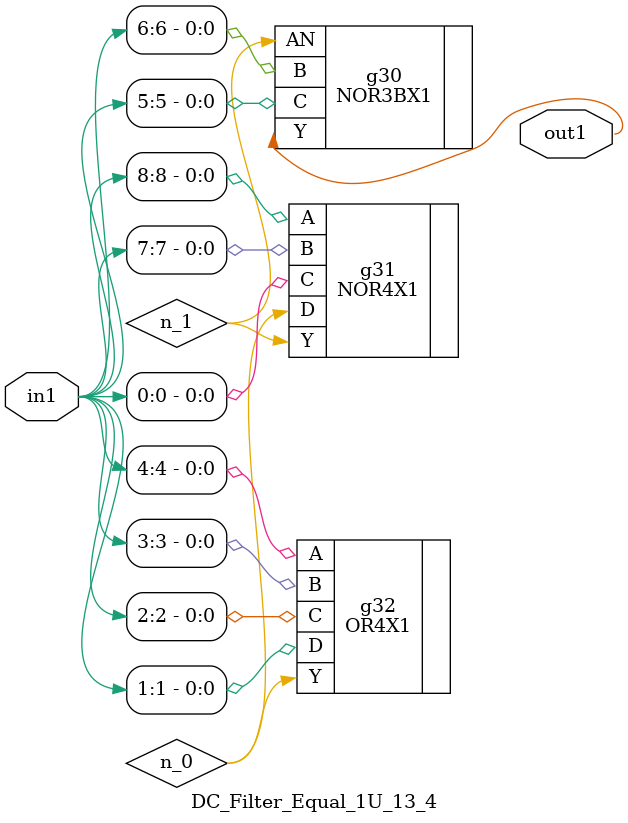
<source format=v>
`timescale 1ps / 1ps


module DC_Filter_Equal_1U_13_4(in1, out1);
  input [8:0] in1;
  output out1;
  wire [8:0] in1;
  wire out1;
  wire n_0, n_1;
  NOR3BX1 g30(.AN (n_1), .B (in1[6]), .C (in1[5]), .Y (out1));
  NOR4X1 g31(.A (in1[8]), .B (in1[7]), .C (in1[0]), .D (n_0), .Y (n_1));
  OR4X1 g32(.A (in1[4]), .B (in1[3]), .C (in1[2]), .D (in1[1]), .Y
       (n_0));
endmodule



</source>
